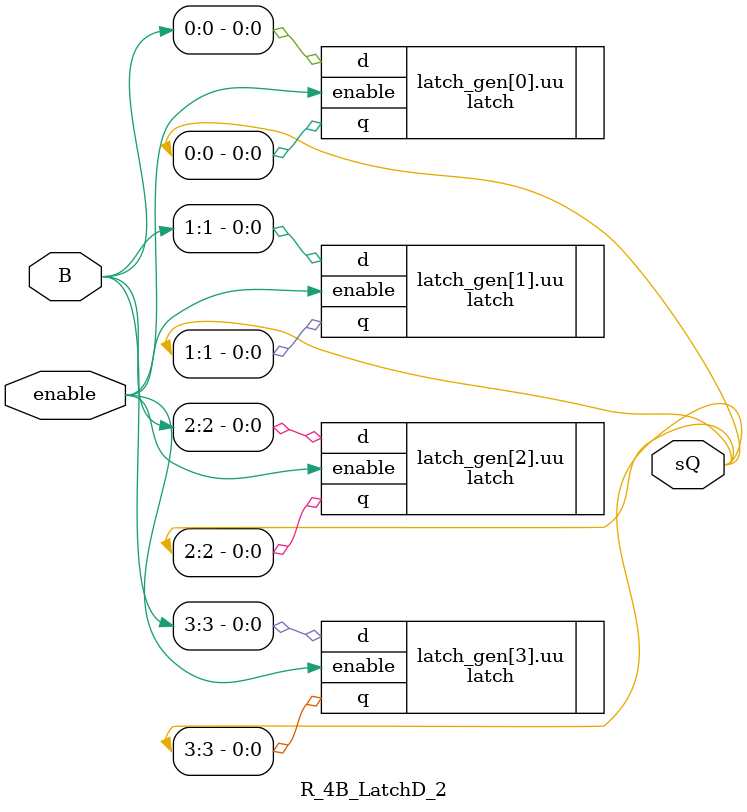
<source format=v>
/*
-------------------------------------------------------------------------------
EXPLICACIÓN SOBRE LATCH D EN VERILOG:

- Un latch D es un elemento de almacenamiento que copia la entrada a la salida
  mientras la señal de enable está activa (nivel alto). Cuando enable está inactivo,
  la salida mantiene su valor anterior.

- NO es correcto instanciar 4 flip-flops D (como FF_D) para implementar un latch,
  porque los flip-flops D responden al flanco de un clock, no al nivel de enable.

- Tampoco es correcto usar un bloque generate con if(enable) para lógica dinámica,
  ya que generate solo existe en tiempo de síntesis y no controla el comportamiento
  en tiempo de ejecución.

- La forma correcta de modelar un latch D de 4 bits en Verilog es usando un bloque
  always @(*) y una asignación condicional sobre enable, como se muestra abajo.

- Si realmente quisieras instanciar 4 latches D, deberías tener un módulo Latch_D
  y luego instanciarlo 4 veces, pero en la práctica se usa el always @(*) como aquí.

-------------------------------------------------------------------------------
*/
`include "latch.v"
module R_4B_LatchD_2(
    input wire [3:0] B,
    output reg [3:0] sQ,
    input wire enable
);
    generate
        genvar i;
        for (i = 0; i < 4; i = i + 1) begin : latch_gen
            latch uu(.d(B[i]), .enable(enable), .q(sQ[i]));
        end
    endgenerate
endmodule
</source>
